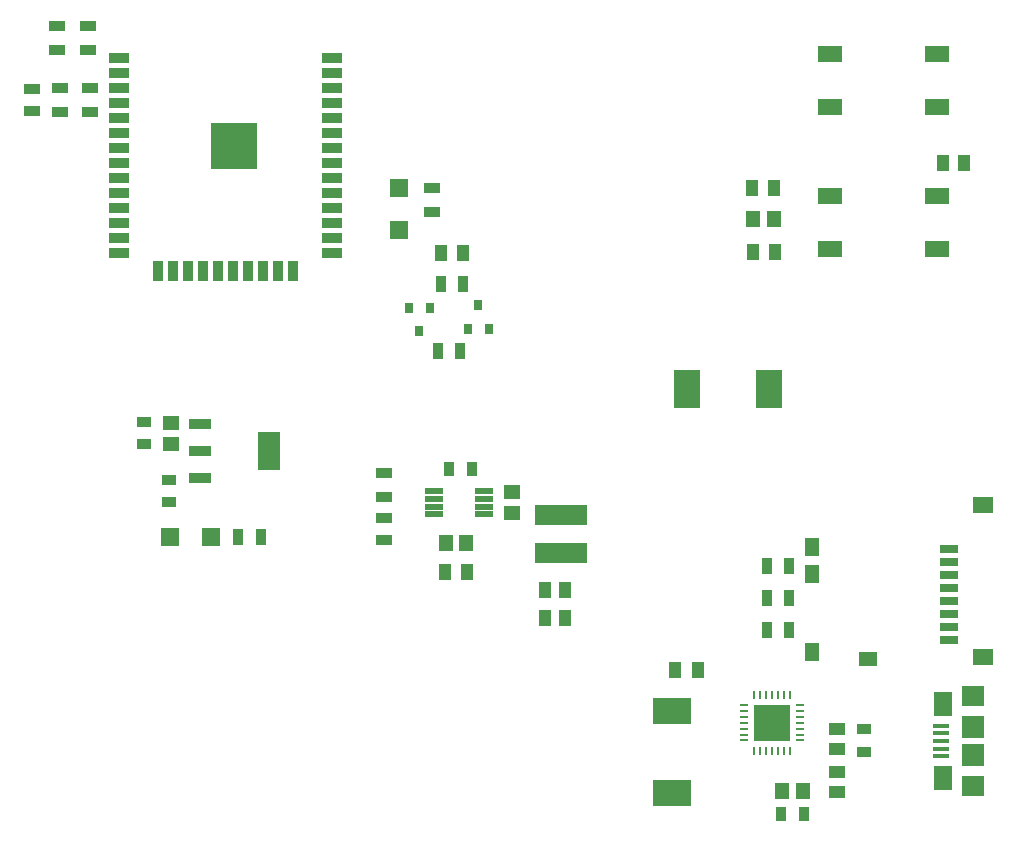
<source format=gtp>
G04*
G04 #@! TF.GenerationSoftware,Altium Limited,Altium Designer,20.0.7 (75)*
G04*
G04 Layer_Color=8421504*
%FSLAX25Y25*%
%MOIN*%
G70*
G01*
G75*
%ADD16R,0.05433X0.03819*%
%ADD17R,0.05512X0.03740*%
%ADD18R,0.07480X0.12598*%
%ADD19R,0.07480X0.03543*%
%ADD20R,0.03740X0.05512*%
%ADD21R,0.05118X0.03543*%
%ADD22R,0.04567X0.05787*%
%ADD23R,0.04370X0.05787*%
%ADD24R,0.08858X0.12520*%
%ADD25R,0.07480X0.07480*%
%ADD26R,0.07480X0.07087*%
%ADD27R,0.06299X0.08268*%
%ADD28R,0.05315X0.01575*%
%ADD29R,0.17717X0.06890*%
%ADD30R,0.02953X0.03347*%
%ADD31R,0.15748X0.15748*%
G04:AMPARAMS|DCode=32|XSize=66.93mil|YSize=35.43mil|CornerRadius=3.9mil|HoleSize=0mil|Usage=FLASHONLY|Rotation=180.000|XOffset=0mil|YOffset=0mil|HoleType=Round|Shape=RoundedRectangle|*
%AMROUNDEDRECTD32*
21,1,0.06693,0.02764,0,0,180.0*
21,1,0.05913,0.03543,0,0,180.0*
1,1,0.00780,-0.02957,0.01382*
1,1,0.00780,0.02957,0.01382*
1,1,0.00780,0.02957,-0.01382*
1,1,0.00780,-0.02957,-0.01382*
%
%ADD32ROUNDEDRECTD32*%
G04:AMPARAMS|DCode=33|XSize=66.93mil|YSize=35.43mil|CornerRadius=3.9mil|HoleSize=0mil|Usage=FLASHONLY|Rotation=90.000|XOffset=0mil|YOffset=0mil|HoleType=Round|Shape=RoundedRectangle|*
%AMROUNDEDRECTD33*
21,1,0.06693,0.02764,0,0,90.0*
21,1,0.05913,0.03543,0,0,90.0*
1,1,0.00780,0.01382,0.02957*
1,1,0.00780,0.01382,-0.02957*
1,1,0.00780,-0.01382,-0.02957*
1,1,0.00780,-0.01382,0.02957*
%
%ADD33ROUNDEDRECTD33*%
%ADD34R,0.05906X0.01929*%
%ADD35O,0.00787X0.02953*%
%ADD36O,0.02953X0.00787*%
%ADD37R,0.12323X0.12323*%
%ADD38R,0.04095X0.05433*%
%ADD39R,0.08268X0.05512*%
%ADD40R,0.05906X0.06299*%
%ADD41R,0.04331X0.05433*%
%ADD42R,0.05906X0.03150*%
%ADD43R,0.06693X0.05512*%
%ADD44R,0.05906X0.04528*%
%ADD45R,0.04528X0.05906*%
%ADD46R,0.03819X0.05433*%
%ADD47R,0.06299X0.05906*%
%ADD48R,0.03543X0.05118*%
%ADD49R,0.05787X0.04567*%
%ADD50R,0.05433X0.04331*%
%ADD51R,0.12520X0.08858*%
D16*
X41831Y256614D02*
D03*
Y249291D02*
D03*
X158957Y106083D02*
D03*
Y113406D02*
D03*
D17*
X61024Y256890D02*
D03*
Y249016D02*
D03*
X60532Y269685D02*
D03*
Y277559D02*
D03*
X51181Y249016D02*
D03*
Y256890D02*
D03*
X50197Y269685D02*
D03*
Y277559D02*
D03*
X158957Y128445D02*
D03*
Y120571D02*
D03*
X175197Y223425D02*
D03*
Y215551D02*
D03*
D18*
X120866Y135827D02*
D03*
D19*
X97638Y126772D02*
D03*
Y135827D02*
D03*
Y144882D02*
D03*
D20*
X118110Y107283D02*
D03*
X110236D02*
D03*
D21*
X87303Y126279D02*
D03*
Y118799D02*
D03*
X79134Y145571D02*
D03*
Y138091D02*
D03*
X318898Y35630D02*
D03*
Y43110D02*
D03*
D22*
X288898Y213022D02*
D03*
X281968D02*
D03*
X186535Y105315D02*
D03*
X179606D02*
D03*
X298740Y22638D02*
D03*
X291811D02*
D03*
D23*
X179527Y95473D02*
D03*
X186614D02*
D03*
D24*
X287225Y156496D02*
D03*
X260020D02*
D03*
D25*
X355315Y43898D02*
D03*
Y34449D02*
D03*
D26*
Y54134D02*
D03*
Y24213D02*
D03*
D27*
X345275Y51378D02*
D03*
Y26969D02*
D03*
D28*
X344783Y44291D02*
D03*
Y34055D02*
D03*
Y41732D02*
D03*
Y36614D02*
D03*
Y39173D02*
D03*
D29*
X218012Y114665D02*
D03*
Y101870D02*
D03*
D30*
X174213Y183563D02*
D03*
X167323D02*
D03*
X170768Y175689D02*
D03*
X190453Y184547D02*
D03*
X193898Y176673D02*
D03*
X187008D02*
D03*
D31*
X109055Y237579D02*
D03*
D32*
X141732Y266752D02*
D03*
Y261752D02*
D03*
Y256752D02*
D03*
Y251752D02*
D03*
Y246752D02*
D03*
Y241752D02*
D03*
Y236752D02*
D03*
Y231752D02*
D03*
Y226752D02*
D03*
Y221752D02*
D03*
Y216752D02*
D03*
Y211752D02*
D03*
Y206752D02*
D03*
Y201752D02*
D03*
X70866D02*
D03*
Y206752D02*
D03*
Y211752D02*
D03*
Y216752D02*
D03*
Y221752D02*
D03*
Y226752D02*
D03*
Y231752D02*
D03*
Y236752D02*
D03*
Y241752D02*
D03*
Y246752D02*
D03*
Y251752D02*
D03*
Y256752D02*
D03*
Y261752D02*
D03*
Y266752D02*
D03*
D33*
X128799Y195846D02*
D03*
X123799D02*
D03*
X118799D02*
D03*
X113799D02*
D03*
X108799D02*
D03*
X103799D02*
D03*
X98799D02*
D03*
X93799D02*
D03*
X88799D02*
D03*
X83799D02*
D03*
D34*
X175768Y122441D02*
D03*
Y119882D02*
D03*
Y117323D02*
D03*
Y114764D02*
D03*
X192342D02*
D03*
Y117323D02*
D03*
Y119882D02*
D03*
Y122441D02*
D03*
D35*
X282480Y35925D02*
D03*
X284449D02*
D03*
X286417D02*
D03*
X292323D02*
D03*
X294291D02*
D03*
Y54626D02*
D03*
X292323D02*
D03*
X290354D02*
D03*
X288386D02*
D03*
X286417D02*
D03*
X284449D02*
D03*
X282480D02*
D03*
X288386Y35925D02*
D03*
X290354D02*
D03*
D36*
X297736Y39370D02*
D03*
Y41339D02*
D03*
Y43307D02*
D03*
Y45276D02*
D03*
Y47244D02*
D03*
Y49213D02*
D03*
Y51181D02*
D03*
X279035D02*
D03*
Y49213D02*
D03*
Y47244D02*
D03*
Y45276D02*
D03*
Y43307D02*
D03*
Y41339D02*
D03*
Y39370D02*
D03*
D37*
X288386Y45276D02*
D03*
D38*
X281732Y223425D02*
D03*
X289134D02*
D03*
X177894Y201771D02*
D03*
X185295D02*
D03*
X281988Y202264D02*
D03*
X289390D02*
D03*
X263543Y62992D02*
D03*
X256142D02*
D03*
D39*
X343445Y250492D02*
D03*
Y268209D02*
D03*
X307618Y250492D02*
D03*
Y268209D02*
D03*
Y220965D02*
D03*
Y203248D02*
D03*
X343445Y220965D02*
D03*
Y203248D02*
D03*
D40*
X87599Y107283D02*
D03*
X101378D02*
D03*
D41*
X352315Y231791D02*
D03*
X345520D02*
D03*
X212646Y80217D02*
D03*
X219441D02*
D03*
X212646Y89567D02*
D03*
X219441D02*
D03*
D42*
X347244Y103149D02*
D03*
Y98819D02*
D03*
Y94488D02*
D03*
Y90158D02*
D03*
Y85827D02*
D03*
Y81496D02*
D03*
Y77165D02*
D03*
Y72834D02*
D03*
D43*
X358662Y117913D02*
D03*
Y67126D02*
D03*
D44*
X320275Y66634D02*
D03*
D45*
X301673Y103937D02*
D03*
Y94882D02*
D03*
Y68897D02*
D03*
D46*
X294016Y86860D02*
D03*
X286693D02*
D03*
X177933Y191437D02*
D03*
X185256D02*
D03*
X286693Y76280D02*
D03*
X294016D02*
D03*
X286693Y97441D02*
D03*
X294016D02*
D03*
X184370Y169095D02*
D03*
X177047D02*
D03*
D47*
X163878Y223425D02*
D03*
Y209646D02*
D03*
D48*
X188287Y129921D02*
D03*
X180807D02*
D03*
X291535Y14764D02*
D03*
X299016D02*
D03*
D49*
X201771Y122047D02*
D03*
Y115118D02*
D03*
X88091Y138268D02*
D03*
Y145197D02*
D03*
D50*
X310039Y28988D02*
D03*
Y22193D02*
D03*
Y43307D02*
D03*
Y36512D02*
D03*
D51*
X254921Y21831D02*
D03*
Y49036D02*
D03*
M02*

</source>
